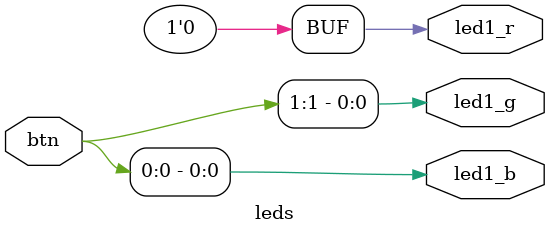
<source format=sv>
module leds(
    input logic[1:0] btn,
    output logic led1_b,
    output logic led1_g,
    output logic led1_r
);
    assign led1_b = btn[0];
    assign led1_g = btn[1];
    assign led1_r = 0;

endmodule
</source>
